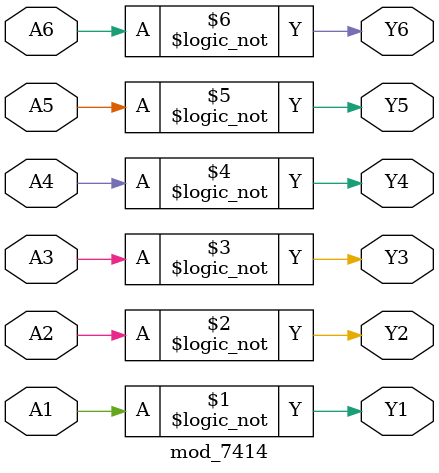
<source format=v>
module mod_7414 (
	input A1, output Y1,
	input A2, output Y2,
	input A3, output Y3,
	input A4, output Y4,
	input A5, output Y5,
	input A6, output Y6
);
	assign Y1 = !A1;
	assign Y2 = !A2;
	assign Y3 = !A3;
	assign Y4 = !A4;
	assign Y5 = !A5;
	assign Y6 = !A6;
endmodule

</source>
